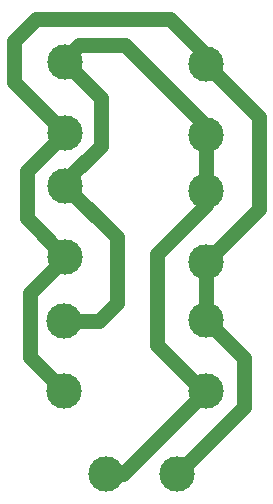
<source format=gbr>
G04 DipTrace 4.0.0.5*
G04 pistas segunda.gbr*
%MOMM*%
G04 #@! TF.FileFunction,Copper,L2,Bot*
G04 #@! TF.Part,Single*
G04 #@! TA.AperFunction,Conductor*
%ADD13C,1.3*%
G04 #@! TA.AperFunction,ComponentPad*
%ADD14C,3.0*%
%FSLAX35Y35*%
G04*
G71*
G90*
G75*
G01*
G04 Bottom*
%LPD*%
X1836870Y482603D2*
D13*
X2404473Y1050207D1*
Y1469363D1*
X2086233Y1787603D1*
X892483Y2325083D2*
Y2311019D1*
X594620Y2013155D1*
Y1473390D1*
X884503Y1183507D1*
X890963Y3371607D2*
X568553Y3049196D1*
Y2649014D1*
X892483Y2325083D1*
X2086150Y3952373D2*
X2159830D1*
X1778939Y4333265D1*
X644598D1*
X460454Y4149121D1*
Y3802116D1*
X890963Y3371607D1*
X2081938Y2280337D2*
X2532260Y2730659D1*
Y3506264D1*
X2086150Y3952373D1*
X2086233Y1787603D2*
X2081938Y2280337D1*
X2086150Y3352373D2*
X2081956Y3348179D1*
Y2880337D1*
X890963Y3971607D2*
Y3997721D1*
X1010411Y4117168D1*
X1399423D1*
X2086150Y3430441D1*
Y3352373D1*
X2081956Y2880337D2*
Y2762429D1*
X1667110Y2347584D1*
Y1579626D1*
X2059133Y1187603D1*
X2086233D1*
X1236870Y482603D2*
X1381233D1*
X2086233Y1187603D1*
X884503Y1783507D2*
X1179781D1*
X1327110Y1930836D1*
Y2490457D1*
X892483Y2925083D1*
Y2962847D1*
X1192813Y3263177D1*
Y3669757D1*
X890963Y3971607D1*
D14*
X2086233Y1787603D3*
Y1187603D3*
X884503Y1183507D3*
Y1783507D3*
X892483Y2325083D3*
Y2925083D3*
X2086150Y3952373D3*
Y3352373D3*
X890963Y3371607D3*
Y3971607D3*
X1236870Y482603D3*
X1836870D3*
X2081956Y2880337D3*
X2081938Y2280337D3*
M02*

</source>
